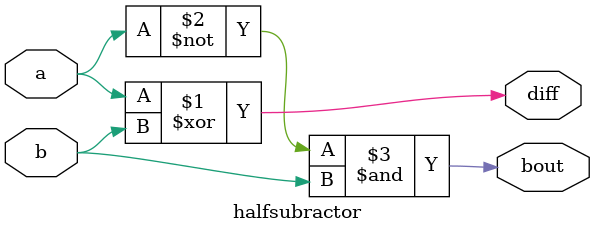
<source format=v>
`timescale 1ns / 1ps

module halfsubractor(
    input a,
    input b,
    output diff,
    output bout
    );
    assign diff = a ^ b;
    assign bout = ~a & b;
endmodule

</source>
